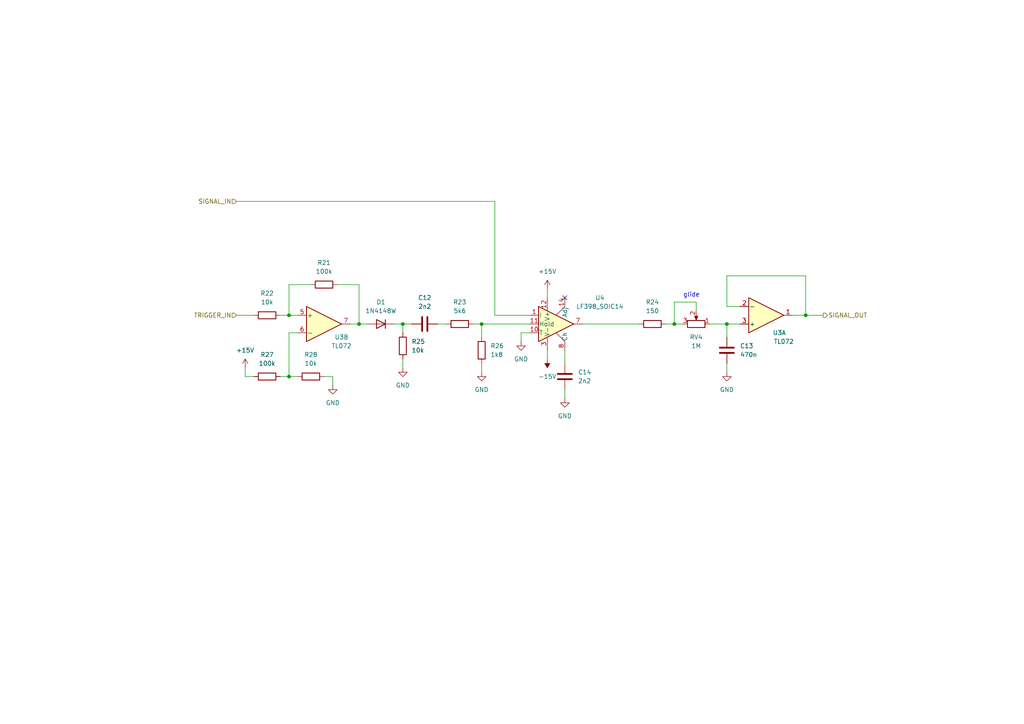
<source format=kicad_sch>
(kicad_sch (version 20211123) (generator eeschema)
  (paper "A4")
  (title_block (title "Josh Ox Ribbon Synth Sample and Hold Board") (date "2022-06-16") (rev "0") (comment 1 "creativecommons.org/licences/by/4.0") (comment 2 "License: CC by 4.0") (comment 3 "Author: Jordan Aceto"))
  (lib_symbols
    (symbol "Amplifier_Operational:TL072" (pin_names (offset 0.127))
      (property "Reference" "U" (at 0 5.08 0))
      (property "Value" "TL072" (at 0 -5.08 0))
      (symbol "TL072_1_1"
        (polyline (pts (xy -5.08 5.08) (xy 5.08 0) (xy -5.08 -5.08) (xy -5.08 5.08)) (stroke (width 0.254)) (fill (type background)))
        (pin output line (at 7.62 0 180) (length 2.54) (name "~") (number "1"))
        (pin input line (at -7.62 -2.54 0) (length 2.54) (name "-") (number "2"))
        (pin input line (at -7.62 2.54 0) (length 2.54) (name "+") (number "3"))
      )
      (symbol "TL072_2_1"
        (polyline (pts (xy -5.08 5.08) (xy 5.08 0) (xy -5.08 -5.08) (xy -5.08 5.08)) (stroke (width 0.254)) (fill (type background)))
        (pin input line (at -7.62 2.54 0) (length 2.54) (name "+") (number "5"))
        (pin input line (at -7.62 -2.54 0) (length 2.54) (name "-") (number "6"))
        (pin output line (at 7.62 0 180) (length 2.54) (name "~") (number "7"))
      )
      (symbol "TL072_3_1"
        (pin power_in line (at -2.54 -7.62 90) (length 3.81) (name "V-") (number "4"))
        (pin power_in line (at -2.54 7.62 270) (length 3.81) (name "V+") (number "8"))
      )
    )
    (symbol "Analog:LF398_SOIC14" (pin_names (offset 0.127))
      (property "Reference" "U" (at 5.08 3.81 0))
      (property "Value" "LF398_SOIC14" (at 5.08 -2.54 0))
      (symbol "LF398_SOIC14_0_1"
        (polyline (pts (xy 0 -2.54) (xy 2.54 -5.08)))
        (polyline (pts (xy 2.54 5.08) (xy 0 2.54)))
        (polyline (pts (xy -5.08 5.08) (xy 5.08 0) (xy -5.08 -5.08) (xy -5.08 5.08)) (stroke (width 0.254)) (fill (type background)))
      )
      (symbol "LF398_SOIC14_1_1"
        (pin input line (at -7.62 2.54 0) (length 2.54) (name "I") (number "1"))
        (pin passive line (at -7.62 -2.54 0) (length 2.54) (name "T") (number "10"))
        (pin input line (at -7.62 0 0) (length 2.54) (name "Hold") (number "11"))
        (pin passive line (at -2.54 7.62 270) (length 3.81) (name "V+") (number "12"))
        (pin no_connect line (at 0 -2.54 90) (length 2.54) hide (name "NC") (number "13"))
        (pin passive line (at 2.54 7.62 270) (length 2.54) (name "Adj") (number "14"))
        (pin no_connect line (at -5.08 2.54 270) (length 2.54) hide (name "NC") (number "2"))
        (pin passive line (at -2.54 -7.62 90) (length 3.81) (name "V-") (number "3"))
        (pin no_connect line (at -2.54 2.54 270) (length 2.54) hide (name "NC") (number "4"))
        (pin no_connect line (at -5.08 -2.54 90) (length 2.54) hide (name "NC") (number "5"))
        (pin no_connect line (at -2.54 -2.54 90) (length 2.54) hide (name "NC") (number "6"))
        (pin output line (at 7.62 0 180) (length 2.54) (name "~") (number "7"))
        (pin passive line (at 2.54 -7.62 90) (length 2.54) (name "Ch") (number "8"))
        (pin no_connect line (at 0 2.54 270) (length 2.54) hide (name "NC") (number "9"))
      )
    )
    (symbol "Device:C" (pin_numbers hide) (pin_names (offset 0.254))
      (property "Reference" "C" (at 0.635 2.54 0))
      (property "Value" "C" (at 0.635 -2.54 0))
      (symbol "C_0_1"
        (polyline (pts (xy -2.032 -0.762) (xy 2.032 -0.762)) (stroke (width 0.508)))
        (polyline (pts (xy -2.032 0.762) (xy 2.032 0.762)) (stroke (width 0.508)))
      )
      (symbol "C_1_1"
        (pin passive line (at 0 3.81 270) (length 2.794) (name "~") (number "1"))
        (pin passive line (at 0 -3.81 90) (length 2.794) (name "~") (number "2"))
      )
    )
    (symbol "Device:R" (pin_numbers hide) (pin_names (offset 0))
      (property "Reference" "R" (at 2.032 0 90))
      (property "Value" "R" (at 0 0 90))
      (symbol "R_0_1"
        (rectangle (start -1.016 -2.54) (end 1.016 2.54) (stroke (width 0.254)))
      )
      (symbol "R_1_1"
        (pin passive line (at 0 3.81 270) (length 1.27) (name "~") (number "1"))
        (pin passive line (at 0 -3.81 90) (length 1.27) (name "~") (number "2"))
      )
    )
    (symbol "Device:R_Potentiometer" (pin_names (offset 1.016) hide)
      (property "Reference" "RV" (at -4.445 0 90))
      (property "Value" "R_Potentiometer" (at -2.54 0 90))
      (symbol "R_Potentiometer_0_1"
        (polyline (pts (xy 2.54 0) (xy 1.524 0)))
        (polyline (pts (xy 1.143 0) (xy 2.286 0.508) (xy 2.286 -0.508) (xy 1.143 0)) (fill (type outline)))
        (rectangle (start 1.016 2.54) (end -1.016 -2.54) (stroke (width 0.254)))
      )
      (symbol "R_Potentiometer_1_1"
        (pin passive line (at 0 3.81 270) (length 1.27) (name "1") (number "1"))
        (pin passive line (at 3.81 0 180) (length 1.27) (name "2") (number "2"))
        (pin passive line (at 0 -3.81 90) (length 1.27) (name "3") (number "3"))
      )
    )
    (symbol "Diode:1N4148W" (pin_numbers hide) (pin_names (offset 1.016) hide)
      (property "Reference" "D" (at 0 2.54 0))
      (property "Value" "1N4148W" (at 0 -2.54 0))
      (symbol "1N4148W_0_1"
        (polyline (pts (xy -1.27 1.27) (xy -1.27 -1.27)) (stroke (width 0.254)))
        (polyline (pts (xy 1.27 0) (xy -1.27 0)))
        (polyline (pts (xy 1.27 1.27) (xy 1.27 -1.27) (xy -1.27 0) (xy 1.27 1.27)) (stroke (width 0.254)))
      )
      (symbol "1N4148W_1_1"
        (pin passive line (at -3.81 0 0) (length 2.54) (name "K") (number "1"))
        (pin passive line (at 3.81 0 180) (length 2.54) (name "A") (number "2"))
      )
    )
    (symbol "power:+15V" (power) (pin_names (offset 0))
      (property "Value" "+15V" (at 0 3.556 0))
      (symbol "+15V_0_1"
        (polyline (pts (xy -0.762 1.27) (xy 0 2.54)))
        (polyline (pts (xy 0 0) (xy 0 2.54)))
        (polyline (pts (xy 0 2.54) (xy 0.762 1.27)))
      )
      (symbol "+15V_1_1"
        (pin power_in line (at 0 0 90) (length 0) hide (name "+15V") (number "1"))
      )
    )
    (symbol "power:-15V" (power) (pin_names (offset 0))
      (property "Value" "-15V" (at 0 3.81 0))
      (symbol "-15V_0_0"
        (pin power_in line (at 0 0 90) (length 0) hide (name "-15V") (number "1"))
      )
      (symbol "-15V_0_1"
        (polyline (pts (xy 0 0) (xy 0 1.27) (xy 0.762 1.27) (xy 0 2.54) (xy -0.762 1.27) (xy 0 1.27)) (fill (type outline)))
      )
    )
    (symbol "power:GND" (power) (pin_names (offset 0))
      (property "Value" "GND" (at 0 -3.81 0))
      (symbol "GND_0_1"
        (polyline (pts (xy 0 0) (xy 0 -1.27) (xy 1.27 -1.27) (xy 0 -2.54) (xy -1.27 -1.27) (xy 0 -1.27)))
      )
      (symbol "GND_1_1"
        (pin power_in line (at 0 0 270) (length 0) hide (name "GND") (number "1"))
      )
    )
  )
  (junction (at 195.58 93.98))
  (junction (at 210.82 93.98))
  (junction (at 116.84 93.98))
  (junction (at 83.82 91.44))
  (junction (at 83.82 109.22))
  (junction (at 104.14 93.98))
  (junction (at 233.68 91.44))
  (junction (at 139.7 93.98))
  (no_connect (at 163.83 86.36))
  (wire (pts (xy 96.52 109.22) (xy 93.98 109.22)))
  (wire (pts (xy 90.17 82.55) (xy 83.82 82.55)))
  (wire (pts (xy 83.82 109.22) (xy 83.82 96.52)))
  (wire (pts (xy 195.58 93.98) (xy 195.58 87.63)))
  (wire (pts (xy 139.7 105.41) (xy 139.7 107.95)))
  (wire (pts (xy 205.74 93.98) (xy 210.82 93.98)))
  (wire (pts (xy 81.28 91.44) (xy 83.82 91.44)))
  (wire (pts (xy 68.58 91.44) (xy 73.66 91.44)))
  (wire (pts (xy 83.82 96.52) (xy 86.36 96.52)))
  (wire (pts (xy 104.14 93.98) (xy 106.68 93.98)))
  (wire (pts (xy 151.13 96.52) (xy 151.13 99.06)))
  (wire (pts (xy 210.82 105.41) (xy 210.82 107.95)))
  (wire (pts (xy 233.68 91.44) (xy 238.76 91.44)))
  (wire (pts (xy 233.68 80.01) (xy 233.68 91.44)))
  (wire (pts (xy 233.68 91.44) (xy 229.87 91.44)))
  (wire (pts (xy 71.12 106.68) (xy 71.12 109.22)))
  (wire (pts (xy 71.12 109.22) (xy 73.66 109.22)))
  (wire (pts (xy 210.82 88.9) (xy 210.82 80.01)))
  (wire (pts (xy 168.91 93.98) (xy 185.42 93.98)))
  (wire (pts (xy 116.84 106.68) (xy 116.84 104.14)))
  (wire (pts (xy 151.13 96.52) (xy 153.67 96.52)))
  (wire (pts (xy 163.83 105.41) (xy 163.83 101.6)))
  (wire (pts (xy 137.16 93.98) (xy 139.7 93.98)))
  (wire (pts (xy 83.82 91.44) (xy 86.36 91.44)))
  (wire (pts (xy 193.04 93.98) (xy 195.58 93.98)))
  (wire (pts (xy 139.7 93.98) (xy 153.67 93.98)))
  (wire (pts (xy 163.83 113.03) (xy 163.83 115.57)))
  (wire (pts (xy 210.82 93.98) (xy 214.63 93.98)))
  (wire (pts (xy 81.28 109.22) (xy 83.82 109.22)))
  (wire (pts (xy 143.51 58.42) (xy 68.58 58.42)))
  (wire (pts (xy 158.75 83.82) (xy 158.75 86.36)))
  (wire (pts (xy 83.82 109.22) (xy 86.36 109.22)))
  (wire (pts (xy 116.84 96.52) (xy 116.84 93.98)))
  (wire (pts (xy 201.93 87.63) (xy 201.93 90.17)))
  (wire (pts (xy 210.82 97.79) (xy 210.82 93.98)))
  (wire (pts (xy 104.14 93.98) (xy 104.14 82.55)))
  (wire (pts (xy 214.63 88.9) (xy 210.82 88.9)))
  (wire (pts (xy 116.84 93.98) (xy 119.38 93.98)))
  (wire (pts (xy 83.82 82.55) (xy 83.82 91.44)))
  (wire (pts (xy 158.75 101.6) (xy 158.75 104.14)))
  (wire (pts (xy 195.58 93.98) (xy 198.12 93.98)))
  (wire (pts (xy 101.6 93.98) (xy 104.14 93.98)))
  (wire (pts (xy 153.67 91.44) (xy 143.51 91.44)))
  (wire (pts (xy 139.7 97.79) (xy 139.7 93.98)))
  (wire (pts (xy 96.52 111.76) (xy 96.52 109.22)))
  (wire (pts (xy 104.14 82.55) (xy 97.79 82.55)))
  (wire (pts (xy 116.84 93.98) (xy 114.3 93.98)))
  (wire (pts (xy 127 93.98) (xy 129.54 93.98)))
  (wire (pts (xy 210.82 80.01) (xy 233.68 80.01)))
  (wire (pts (xy 143.51 91.44) (xy 143.51 58.42)))
  (wire (pts (xy 195.58 87.63) (xy 201.93 87.63)))
  (text "glide" (at 198.12 86.36 0) (effects (font (size 1.27 1.27)) (justify left bottom)))
  (hierarchical_label "TRIGGER_IN" (shape input) (at 68.58 91.44 180))
  (hierarchical_label "SIGNAL_IN" (shape input) (at 68.58 58.42 180))
  (hierarchical_label "SIGNAL_OUT" (shape output) (at 238.76 91.44 0))
  (symbol (lib_id "power:GND") (at 116.84 106.68 0) (unit 1)
    (property "Reference" "#PWR021" (effects hide))
    (property "Value" "GND" (at 116.84 111.76 0))
  )
  (symbol (lib_id "Device:R") (at 93.98 82.55 90) (unit 1)
    (property "Reference" "R21" (at 93.98 76.2 90))
    (property "Value" "100k" (at 93.98 78.74 90))
    (property "Footprint" "Resistor_SMD:R_0805_2012Metric" (effects hide))
  )
  (symbol (lib_id "Amplifier_Operational:TL072") (at 93.98 93.98 0) (unit 2)
    (property "Reference" "U3" (at 99.06 97.79 0))
    (property "Value" "TL072" (at 99.06 100.33 0))
    (property "Footprint" "Package_SO:SO-8_5.3x6.2mm_P1.27mm" (effects hide))
    (property "Datasheet" "http://www.ti.com/lit/ds/symlink/tl071.pdf" (effects hide))
  )
  (symbol (lib_id "power:+15V") (at 158.75 83.82 0) (unit 1)
    (property "Reference" "#PWR017" (effects hide))
    (property "Value" "+15V" (at 158.75 78.74 0))
  )
  (symbol (lib_id "Device:R") (at 189.23 93.98 90) (unit 1)
    (property "Reference" "R24" (at 189.23 87.63 90))
    (property "Value" "150" (at 189.23 90.17 90))
    (property "Footprint" "Resistor_SMD:R_0805_2012Metric" (effects hide))
  )
  (symbol (lib_id "Device:C") (at 123.19 93.98 90) (unit 1)
    (property "Reference" "C12" (at 123.19 86.36 90))
    (property "Value" "2n2" (at 123.19 88.9 90))
    (property "Footprint" "Capacitor_SMD:C_0805_2012Metric" (effects hide))
  )
  (symbol (lib_id "Analog:LF398_SOIC14") (at 161.29 93.98 0) (unit 1)
    (property "Reference" "U4" (at 173.99 86.36 0))
    (property "Value" "LF398_SOIC14" (at 173.99 88.9 0))
    (property "Footprint" "Package_SO:SOIC-14_3.9x8.7mm_P1.27mm" (effects hide))
    (property "Datasheet" "http://www.ti.com/lit/ds/symlink/lf398-n.pdf" (effects hide))
  )
  (symbol (lib_id "Device:R") (at 77.47 109.22 90) (unit 1)
    (property "Reference" "R27" (at 77.47 102.87 90))
    (property "Value" "100k" (at 77.47 105.41 90))
    (property "Footprint" "Resistor_SMD:R_0805_2012Metric" (effects hide))
  )
  (symbol (lib_id "power:GND") (at 210.82 107.95 0) (unit 1)
    (property "Reference" "#PWR023" (effects hide))
    (property "Value" "GND" (at 210.82 113.03 0))
  )
  (symbol (lib_id "power:GND") (at 163.83 115.57 0) (unit 1)
    (property "Reference" "#PWR025" (effects hide))
    (property "Value" "GND" (at 163.83 120.65 0))
  )
  (symbol (lib_id "power:+15V") (at 71.12 106.68 0) (unit 1)
    (property "Reference" "#PWR020" (effects hide))
    (property "Value" "+15V" (at 71.12 101.6 0))
  )
  (symbol (lib_id "Device:R") (at 90.17 109.22 90) (unit 1)
    (property "Reference" "R28" (at 90.17 102.87 90))
    (property "Value" "10k" (at 90.17 105.41 90))
    (property "Footprint" "Resistor_SMD:R_0805_2012Metric" (effects hide))
  )
  (symbol (lib_id "Device:R") (at 77.47 91.44 90) (unit 1)
    (property "Reference" "R22" (at 77.47 85.09 90))
    (property "Value" "10k" (at 77.47 87.63 90))
    (property "Footprint" "Resistor_SMD:R_0805_2012Metric" (effects hide))
  )
  (symbol (lib_id "power:GND") (at 96.52 111.76 0) (unit 1)
    (property "Reference" "#PWR024" (effects hide))
    (property "Value" "GND" (at 96.52 116.84 0))
  )
  (symbol (lib_id "Amplifier_Operational:TL072") (at 222.25 91.44 0) (mirror x) (unit 1)
    (property "Reference" "U3" (at 226.06 96.52 0))
    (property "Value" "TL072" (at 227.33 99.06 0))
    (property "Footprint" "Package_SO:SO-8_5.3x6.2mm_P1.27mm" (effects hide))
    (property "Datasheet" "http://www.ti.com/lit/ds/symlink/tl071.pdf" (effects hide))
  )
  (symbol (lib_id "power:GND") (at 139.7 107.95 0) (unit 1)
    (property "Reference" "#PWR022" (effects hide))
    (property "Value" "GND" (at 139.7 113.03 0))
  )
  (symbol (lib_id "Diode:1N4148W") (at 110.49 93.98 180) (unit 1)
    (property "Reference" "D1" (at 110.49 87.63 0))
    (property "Value" "1N4148W" (at 110.49 90.17 0))
    (property "Footprint" "Diode_SMD:D_SOD-123" (effects hide))
    (property "Datasheet" "https://www.vishay.com/docs/85748/1n4148w.pdf" (effects hide))
  )
  (symbol (lib_id "Device:R") (at 116.84 100.33 0) (unit 1)
    (property "Reference" "R25" (at 119.38 99.0599 0) (effects (justify left)))
    (property "Value" "10k" (at 119.38 101.5999 0) (effects (justify left)))
    (property "Footprint" "Resistor_SMD:R_0805_2012Metric" (effects hide))
  )
  (symbol (lib_id "Device:R") (at 133.35 93.98 90) (unit 1)
    (property "Reference" "R23" (at 133.35 87.63 90))
    (property "Value" "5k6" (at 133.35 90.17 90))
    (property "Footprint" "Resistor_SMD:R_0805_2012Metric" (effects hide))
  )
  (symbol (lib_id "Device:R_Potentiometer") (at 201.93 93.98 270) (mirror x) (unit 1)
    (property "Reference" "RV4" (at 201.93 97.79 90))
    (property "Value" "1M" (at 201.93 100.33 90))
    (property "Footprint" "Potentiometer_THT:Potentiometer_Alpha_RD901F-40-00D_Single_Vertical" (effects hide))
  )
  (symbol (lib_id "Device:C") (at 163.83 109.22 0) (unit 1)
    (property "Reference" "C14" (at 167.64 107.9499 0) (effects (justify left)))
    (property "Value" "2n2" (at 167.64 110.4899 0) (effects (justify left)))
    (property "Footprint" "Capacitor_THT:C_Rect_L7.2mm_W2.5mm_P5.00mm_FKS2_FKP2_MKS2_MKP2" (effects hide))
  )
  (symbol (lib_id "power:GND") (at 151.13 99.06 0) (unit 1)
    (property "Reference" "#PWR018" (effects hide))
    (property "Value" "GND" (at 151.13 104.14 0))
  )
  (symbol (lib_id "power:-15V") (at 158.75 104.14 180) (unit 1)
    (property "Reference" "#PWR019" (effects hide))
    (property "Value" "-15V" (at 158.75 109.22 0))
  )
  (symbol (lib_id "Device:R") (at 139.7 101.6 0) (unit 1)
    (property "Reference" "R26" (at 142.24 100.3299 0) (effects (justify left)))
    (property "Value" "1k8" (at 142.24 102.8699 0) (effects (justify left)))
    (property "Footprint" "Resistor_SMD:R_0805_2012Metric" (effects hide))
  )
  (symbol (lib_id "Device:C") (at 210.82 101.6 0) (unit 1)
    (property "Reference" "C13" (at 214.63 100.3299 0) (effects (justify left)))
    (property "Value" "470n" (at 214.63 102.8699 0) (effects (justify left)))
    (property "Footprint" "Capacitor_THT:C_Rect_L7.2mm_W5.5mm_P5.00mm_FKS2_FKP2_MKS2_MKP2" (effects hide))
  )
)
</source>
